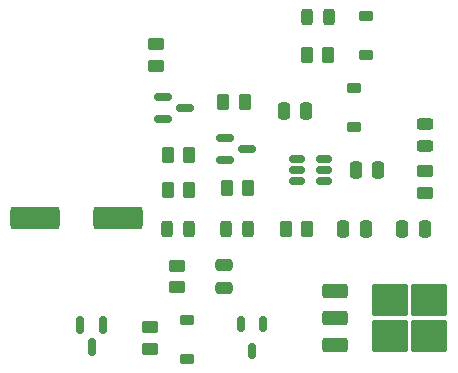
<source format=gbr>
%TF.GenerationSoftware,KiCad,Pcbnew,7.0.5*%
%TF.CreationDate,2023-11-06T15:38:15-08:00*%
%TF.ProjectId,HighSideSwitchModule,48696768-5369-4646-9553-77697463684d,rev?*%
%TF.SameCoordinates,Original*%
%TF.FileFunction,Paste,Top*%
%TF.FilePolarity,Positive*%
%FSLAX46Y46*%
G04 Gerber Fmt 4.6, Leading zero omitted, Abs format (unit mm)*
G04 Created by KiCad (PCBNEW 7.0.5) date 2023-11-06 15:38:15*
%MOMM*%
%LPD*%
G01*
G04 APERTURE LIST*
G04 Aperture macros list*
%AMRoundRect*
0 Rectangle with rounded corners*
0 $1 Rounding radius*
0 $2 $3 $4 $5 $6 $7 $8 $9 X,Y pos of 4 corners*
0 Add a 4 corners polygon primitive as box body*
4,1,4,$2,$3,$4,$5,$6,$7,$8,$9,$2,$3,0*
0 Add four circle primitives for the rounded corners*
1,1,$1+$1,$2,$3*
1,1,$1+$1,$4,$5*
1,1,$1+$1,$6,$7*
1,1,$1+$1,$8,$9*
0 Add four rect primitives between the rounded corners*
20,1,$1+$1,$2,$3,$4,$5,0*
20,1,$1+$1,$4,$5,$6,$7,0*
20,1,$1+$1,$6,$7,$8,$9,0*
20,1,$1+$1,$8,$9,$2,$3,0*%
G04 Aperture macros list end*
%ADD10RoundRect,0.250000X-0.262500X-0.450000X0.262500X-0.450000X0.262500X0.450000X-0.262500X0.450000X0*%
%ADD11RoundRect,0.250000X0.450000X-0.262500X0.450000X0.262500X-0.450000X0.262500X-0.450000X-0.262500X0*%
%ADD12RoundRect,0.150000X-0.587500X-0.150000X0.587500X-0.150000X0.587500X0.150000X-0.587500X0.150000X0*%
%ADD13RoundRect,0.250000X-0.250000X-0.475000X0.250000X-0.475000X0.250000X0.475000X-0.250000X0.475000X0*%
%ADD14RoundRect,0.150000X-0.150000X0.587500X-0.150000X-0.587500X0.150000X-0.587500X0.150000X0.587500X0*%
%ADD15RoundRect,0.225000X0.375000X-0.225000X0.375000X0.225000X-0.375000X0.225000X-0.375000X-0.225000X0*%
%ADD16RoundRect,0.150000X-0.150000X0.512500X-0.150000X-0.512500X0.150000X-0.512500X0.150000X0.512500X0*%
%ADD17RoundRect,0.250000X-0.450000X0.262500X-0.450000X-0.262500X0.450000X-0.262500X0.450000X0.262500X0*%
%ADD18RoundRect,0.243750X-0.243750X-0.456250X0.243750X-0.456250X0.243750X0.456250X-0.243750X0.456250X0*%
%ADD19RoundRect,0.250000X0.262500X0.450000X-0.262500X0.450000X-0.262500X-0.450000X0.262500X-0.450000X0*%
%ADD20RoundRect,0.250000X1.825000X0.700000X-1.825000X0.700000X-1.825000X-0.700000X1.825000X-0.700000X0*%
%ADD21RoundRect,0.225000X-0.375000X0.225000X-0.375000X-0.225000X0.375000X-0.225000X0.375000X0.225000X0*%
%ADD22RoundRect,0.250000X0.250000X0.475000X-0.250000X0.475000X-0.250000X-0.475000X0.250000X-0.475000X0*%
%ADD23RoundRect,0.250000X0.475000X-0.250000X0.475000X0.250000X-0.475000X0.250000X-0.475000X-0.250000X0*%
%ADD24RoundRect,0.243750X-0.456250X0.243750X-0.456250X-0.243750X0.456250X-0.243750X0.456250X0.243750X0*%
%ADD25RoundRect,0.243750X0.243750X0.456250X-0.243750X0.456250X-0.243750X-0.456250X0.243750X-0.456250X0*%
%ADD26RoundRect,0.250000X-0.850000X-0.350000X0.850000X-0.350000X0.850000X0.350000X-0.850000X0.350000X0*%
%ADD27RoundRect,0.250000X-1.275000X-1.125000X1.275000X-1.125000X1.275000X1.125000X-1.275000X1.125000X0*%
%ADD28RoundRect,0.150000X-0.512500X-0.150000X0.512500X-0.150000X0.512500X0.150000X-0.512500X0.150000X0*%
G04 APERTURE END LIST*
D10*
%TO.C,R5*%
X149187500Y-68700000D03*
X151012500Y-68700000D03*
%TD*%
D11*
%TO.C,R4*%
X148200000Y-58125000D03*
X148200000Y-56300000D03*
%TD*%
D10*
%TO.C,R3*%
X149187500Y-65700000D03*
X151012500Y-65700000D03*
%TD*%
%TO.C,R2*%
X153887500Y-61200000D03*
X155712500Y-61200000D03*
%TD*%
D12*
%TO.C,Q2*%
X154025000Y-64250000D03*
X154025000Y-66150000D03*
X155900000Y-65200000D03*
%TD*%
%TO.C,Q1*%
X148825000Y-60750000D03*
X148825000Y-62650000D03*
X150700000Y-61700000D03*
%TD*%
D13*
%TO.C,C6*%
X169050000Y-72000000D03*
X170950000Y-72000000D03*
%TD*%
D14*
%TO.C,Q3*%
X143700000Y-80100000D03*
X141800000Y-80100000D03*
X142750000Y-81975000D03*
%TD*%
D15*
%TO.C,D3*%
X166000000Y-57250000D03*
X166000000Y-53950000D03*
%TD*%
D16*
%TO.C,D8*%
X157300000Y-80000000D03*
X155400000Y-80000000D03*
X156350000Y-82275000D03*
%TD*%
D17*
%TO.C,R47*%
X150000000Y-75087500D03*
X150000000Y-76912500D03*
%TD*%
D18*
%TO.C,D2*%
X162837500Y-54000000D03*
X160962500Y-54000000D03*
%TD*%
D19*
%TO.C,R1*%
X162812500Y-57200000D03*
X160987500Y-57200000D03*
%TD*%
D10*
%TO.C,R19*%
X159175000Y-72000000D03*
X161000000Y-72000000D03*
%TD*%
D20*
%TO.C,C15*%
X144950000Y-71000000D03*
X138000000Y-71000000D03*
%TD*%
D17*
%TO.C,R45*%
X147700000Y-80287500D03*
X147700000Y-82112500D03*
%TD*%
D10*
%TO.C,R17*%
X154187500Y-68500000D03*
X156012500Y-68500000D03*
%TD*%
D21*
%TO.C,D19*%
X150800000Y-79650000D03*
X150800000Y-82950000D03*
%TD*%
D22*
%TO.C,C5*%
X165950000Y-72000000D03*
X164050000Y-72000000D03*
%TD*%
D23*
%TO.C,C17*%
X154000000Y-76950000D03*
X154000000Y-75050000D03*
%TD*%
D24*
%TO.C,D9*%
X171000000Y-63062500D03*
X171000000Y-64937500D03*
%TD*%
D17*
%TO.C,R20*%
X171000000Y-67087500D03*
X171000000Y-68912500D03*
%TD*%
D22*
%TO.C,C2*%
X160950000Y-62000000D03*
X159050000Y-62000000D03*
%TD*%
D25*
%TO.C,D21*%
X151000000Y-72000000D03*
X149125000Y-72000000D03*
%TD*%
D22*
%TO.C,C3*%
X167000000Y-67000000D03*
X165100000Y-67000000D03*
%TD*%
D15*
%TO.C,D7*%
X165000000Y-63300000D03*
X165000000Y-60000000D03*
%TD*%
D18*
%TO.C,D1*%
X154125000Y-72000000D03*
X156000000Y-72000000D03*
%TD*%
D26*
%TO.C,Q5*%
X163375000Y-77245000D03*
X163375000Y-79525000D03*
D27*
X168000000Y-78000000D03*
X168000000Y-81050000D03*
X171350000Y-78000000D03*
X171350000Y-81050000D03*
D26*
X163375000Y-81805000D03*
%TD*%
D28*
%TO.C,U3*%
X160173000Y-66000000D03*
X160173000Y-66950000D03*
X160173000Y-67900000D03*
X162448000Y-67900000D03*
X162448000Y-66950000D03*
X162448000Y-66000000D03*
%TD*%
M02*

</source>
